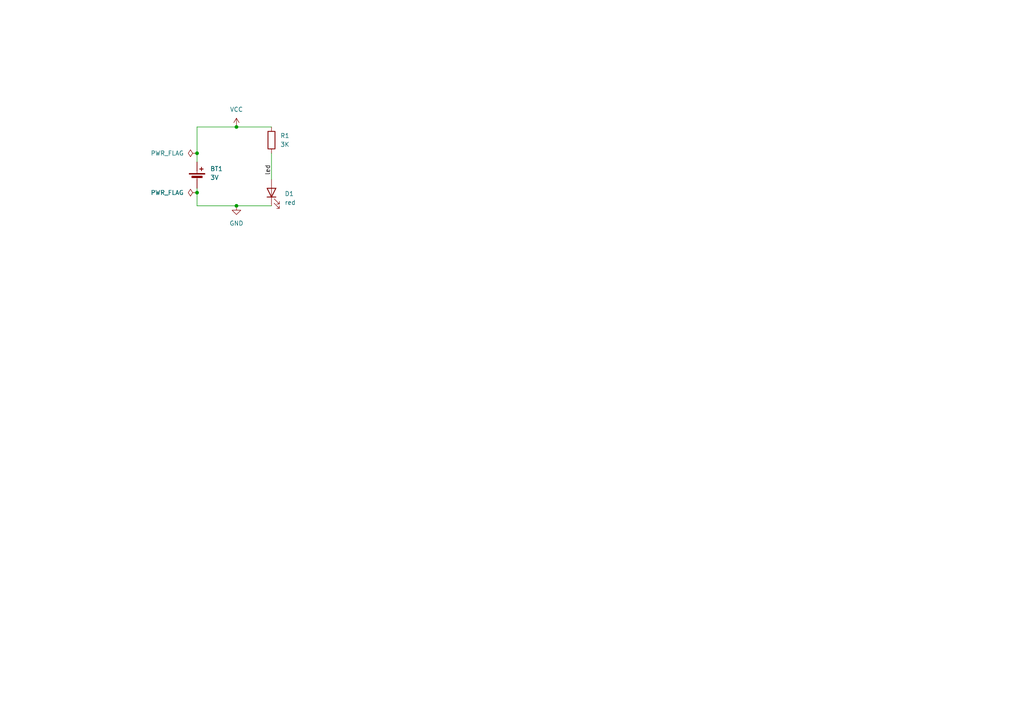
<source format=kicad_sch>
(kicad_sch (version 20231120) (generator "eeschema") (generator_version "8.0")
  (paper "A4")
  (title_block (title "Tutorial"))
  (lib_symbols
    (symbol "Device:Battery_Cell" (pin_numbers hide) (pin_names (offset 0) hide)
      (property "Reference" "BT" (at 2.54 2.54 0))
      (property "Value" "Battery_Cell" (at 2.54 0 0))
      (symbol "Battery_Cell_0_1"
        (rectangle (start -2.286 1.778) (end 2.286 1.524) (fill (type outline)))
        (rectangle (start -1.524 1.016) (end 1.524 0.508) (fill (type outline)))
        (polyline (pts (xy 0 0.762) (xy 0 0)))
        (polyline (pts (xy 0 1.778) (xy 0 2.54)))
        (polyline (pts (xy 0.762 3.048) (xy 1.778 3.048)) (stroke (width 0.254)))
        (polyline (pts (xy 1.27 3.556) (xy 1.27 2.54)) (stroke (width 0.254)))
      )
      (symbol "Battery_Cell_1_1"
        (pin passive line (at 0 5.08 270) (length 2.54) (name "+") (number "1"))
        (pin passive line (at 0 -2.54 90) (length 2.54) (name "-") (number "2"))
      )
    )
    (symbol "Device:LED" (pin_numbers hide) (pin_names (offset 1.016) hide)
      (property "Reference" "D" (at 0 2.54 0))
      (property "Value" "LED" (at 0 -2.54 0))
      (symbol "LED_0_1"
        (polyline (pts (xy -1.27 -1.27) (xy -1.27 1.27)) (stroke (width 0.254)))
        (polyline (pts (xy -1.27 0) (xy 1.27 0)))
        (polyline (pts (xy 1.27 -1.27) (xy 1.27 1.27) (xy -1.27 0) (xy 1.27 -1.27)) (stroke (width 0.254)))
        (polyline (pts (xy -3.048 -0.762) (xy -4.572 -2.286) (xy -3.81 -2.286) (xy -4.572 -2.286) (xy -4.572 -1.524)))
        (polyline (pts (xy -1.778 -0.762) (xy -3.302 -2.286) (xy -2.54 -2.286) (xy -3.302 -2.286) (xy -3.302 -1.524)))
      )
      (symbol "LED_1_1"
        (pin passive line (at -3.81 0 0) (length 2.54) (name "K") (number "1"))
        (pin passive line (at 3.81 0 180) (length 2.54) (name "A") (number "2"))
      )
    )
    (symbol "Device:R" (pin_numbers hide) (pin_names (offset 0))
      (property "Reference" "R" (at 2.032 0 90))
      (property "Value" "R" (at 0 0 90))
      (symbol "R_0_1"
        (rectangle (start -1.016 -2.54) (end 1.016 2.54) (stroke (width 0.254)))
      )
      (symbol "R_1_1"
        (pin passive line (at 0 3.81 270) (length 1.27) (name "~") (number "1"))
        (pin passive line (at 0 -3.81 90) (length 1.27) (name "~") (number "2"))
      )
    )
    (symbol "power:GND" (power) (pin_numbers hide) (pin_names (offset 0) hide)
      (property "Value" "GND" (at 0 -3.81 0))
      (symbol "GND_0_1"
        (polyline (pts (xy 0 0) (xy 0 -1.27) (xy 1.27 -1.27) (xy 0 -2.54) (xy -1.27 -1.27) (xy 0 -1.27)))
      )
      (symbol "GND_1_1"
        (pin power_in line (at 0 0 270) (length 0) (name "~") (number "1"))
      )
    )
    (symbol "power:PWR_FLAG" (power) (pin_numbers hide) (pin_names (offset 0) hide)
      (property "Value" "PWR_FLAG" (at 0 3.81 0))
      (symbol "PWR_FLAG_0_0"
        (pin power_out line (at 0 0 90) (length 0) (name "~") (number "1"))
      )
      (symbol "PWR_FLAG_0_1"
        (polyline (pts (xy 0 0) (xy 0 1.27) (xy -1.016 1.905) (xy 0 2.54) (xy 1.016 1.905) (xy 0 1.27)))
      )
    )
    (symbol "power:VCC" (power) (pin_numbers hide) (pin_names (offset 0) hide)
      (property "Value" "VCC" (at 0 3.556 0))
      (symbol "VCC_0_1"
        (polyline (pts (xy -0.762 1.27) (xy 0 2.54)))
        (polyline (pts (xy 0 0) (xy 0 2.54)))
        (polyline (pts (xy 0 2.54) (xy 0.762 1.27)))
      )
      (symbol "VCC_1_1"
        (pin power_in line (at 0 0 90) (length 0) (name "~") (number "1"))
      )
    )
  )
  (junction (at 57.15 55.88))
  (junction (at 68.58 36.83))
  (junction (at 68.58 59.69))
  (junction (at 57.15 44.45))
  (wire (pts (xy 78.74 44.45) (xy 78.74 52.07)))
  (wire (pts (xy 57.15 46.99) (xy 57.15 44.45)))
  (wire (pts (xy 57.15 55.88) (xy 57.15 59.69)))
  (wire (pts (xy 57.15 54.61) (xy 57.15 55.88)))
  (wire (pts (xy 78.74 59.69) (xy 68.58 59.69)))
  (wire (pts (xy 68.58 36.83) (xy 78.74 36.83)))
  (wire (pts (xy 57.15 44.45) (xy 57.15 36.83)))
  (wire (pts (xy 57.15 36.83) (xy 68.58 36.83)))
  (wire (pts (xy 68.58 59.69) (xy 57.15 59.69)))
  (label "led" (at 78.74 50.8 90))
  (symbol (lib_id "Device:LED") (at 78.74 55.88 90) (unit 1)
    (property "Reference" "D1" (at 82.55 56.1974 90) (effects (justify right)))
    (property "Value" "red" (at 82.55 58.7374 90) (effects (justify right)))
    (property "Footprint" "LED_THT:LED_D5.0mm" (effects (hide yes)))
    (property "Description" "Light emitting diode" (effects (hide yes)))
  )
  (symbol (lib_id "power:GND") (at 68.58 59.69 0) (unit 1)
    (property "Reference" "#PWR02" (effects (hide yes)))
    (property "Value" "GND" (at 68.58 64.77 0))
    (property "Description" "Power symbol creates a global label with name \"GND\" , ground" (effects (hide yes)))
  )
  (symbol (lib_id "power:PWR_FLAG") (at 57.15 44.45 90) (unit 1)
    (property "Reference" "#FLG01" (effects (hide yes)))
    (property "Value" "PWR_FLAG" (at 48.514 44.45 90))
    (property "Description" "Special symbol for telling ERC where power comes from" (effects (hide yes)))
  )
  (symbol (lib_id "Device:Battery_Cell") (at 57.15 52.07 0) (unit 1)
    (property "Reference" "BT1" (at 60.96 48.9584 0) (effects (justify left)))
    (property "Value" "3V" (at 60.96 51.4984 0) (effects (justify left)))
    (property "Footprint" "Battery:BatteryHolder_Keystone_1058_1x2032" (effects (hide yes)))
    (property "Description" "Single-cell battery" (effects (hide yes)))
  )
  (symbol (lib_id "power:VCC") (at 68.58 36.83 0) (unit 1)
    (property "Reference" "#PWR01" (effects (hide yes)))
    (property "Value" "VCC" (at 68.58 31.75 0))
    (property "Description" "Power symbol creates a global label with name \"VCC\"" (effects (hide yes)))
  )
  (symbol (lib_id "power:PWR_FLAG") (at 57.15 55.88 90) (unit 1)
    (property "Reference" "#FLG02" (effects (hide yes)))
    (property "Value" "PWR_FLAG" (at 53.34 55.8799 90) (effects (justify left)))
    (property "Description" "Special symbol for telling ERC where power comes from" (effects (hide yes)))
  )
  (symbol (lib_id "Device:R") (at 78.74 40.64 0) (unit 1)
    (property "Reference" "R1" (at 81.28 39.3699 0) (effects (justify left)))
    (property "Value" "3K" (at 81.28 41.9099 0) (effects (justify left)))
    (property "Footprint" "Resistor_THT:R_Axial_DIN0309_L9.0mm_D3.2mm_P12.70mm_Horizontal" (effects (hide yes)))
    (property "Description" "Resistor" (effects (hide yes)))
  )
)
</source>
